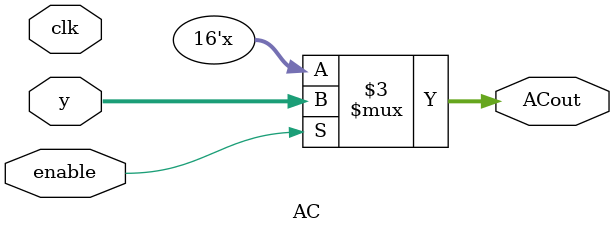
<source format=v>
`timescale 1ns / 1ps
module AC(
input [15:0] y,
input clk,
input enable,
output reg [15:0] ACout
    );

always @ (clk) begin
	if (enable == 1) begin
		 ACout <= y;
	end
end

endmodule

</source>
